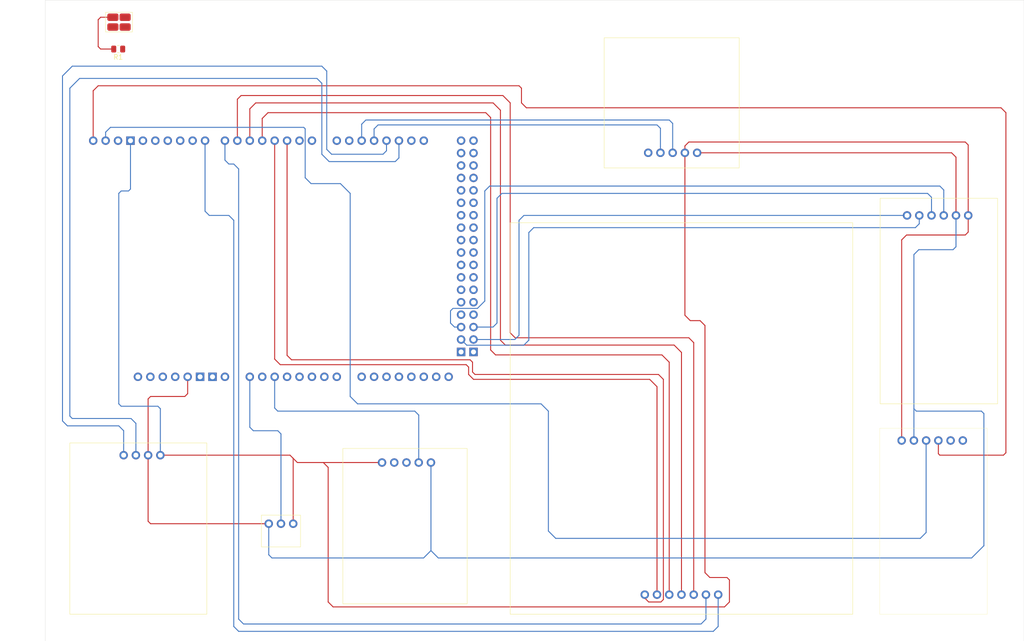
<source format=kicad_pcb>
(kicad_pcb (version 20240108) (generator "pcbnew") (generator_version "8.0")
  (layers (0 "F.Cu" signal) (31 "B.Cu" signal) (34 "B.Paste" user) (35 "F.Paste" user) (36 "B.SilkS" user "B.Silkscreen") (37 "F.SilkS" user "F.Silkscreen") (38 "B.Mask" user) (39 "F.Mask" user) (44 "Edge.Cuts" user))
  (net 0 "")
  (net 1 "Net-(A1-D2_INT0)")
  (net 4 "Net-(A1-D18{slash}TX1)")
  (net 5 "Net-(D1-A)")
  (net 9 "Net-(U3-ROW3)")
  (net 13 "Net-(U4-SDA)")
  (net 14 "Net-(U1-5V)")
  (net 16 "Net-(U3-COL1)")
  (net 19 "Net-(U2-VERT)")
  (net 25 "Net-(A1-D16{slash}TX2)")
  (net 29 "Net-(A1-D17{slash}RX2)")
  (net 43 "Net-(U3-COL2)")
  (net 45 "Net-(A1-GND-PadGND5)")
  (net 47 "Net-(A1-PadA0)")
  (net 49 "Net-(A1-D19{slash}RX1)")
  (net 51 "Net-(U1-GND)")
  (net 62 "Net-(U6-VOut)")
  (net 64 "Net-(A1-D3_INT1)")
  (net 68 "Net-(U3-COL3)")
  (net 75 "Net-(U4-SCL)")
  (net 76 "Net-(U3-ROW4)")
  (net 86 "Net-(A1-D50_MISO)")
  (net 87 "Net-(A1-D51_MOSI)")
  (net 88 "Net-(A1-D53_CS)")
  (net 89 "Net-(A1-D52_SCK)")
  (net 93 "Net-(U8-GND)")
  (footprint "TAFLab-Footprint-Library:GT-U7_GPS" (layer "F.Cu") (at 182.4 56.7 90)
    (property "Reference" "U7" (hide yes))
    (property "Value" "~" (hide yes))
    (fp_rect (start -3.1 -24) (end 23.5 3.6) (stroke (width 0.1)) (fill none) (layer "F.SilkS"))
    (pad "1" thru_hole oval (at 0 -15 90) (size 1.7272 1.7272) (drill 1.016) (layers "*.Cu" "*.Mask"))
    (pad "2" thru_hole oval (at 0 -12.5 90) (size 1.7272 1.7272) (drill 1.016) (layers "*.Cu" "*.Mask") (net 29 "Net-(A1-D17{slash}RX2)"))
    (pad "3" thru_hole oval (at 0 -10 90) (size 1.7272 1.7272) (drill 1.016) (layers "*.Cu" "*.Mask") (net 25 "Net-(A1-D16{slash}TX2)"))
    (pad "4" thru_hole oval (at 0 -7.5 90) (size 1.7272 1.7272) (drill 1.016) (layers "*.Cu" "*.Mask") (net 51 "Net-(U1-GND)"))
    (pad "5" thru_hole oval (at 0 -5 90) (size 1.7272 1.7272) (drill 1.016) (layers "*.Cu" "*.Mask") (net 14 "Net-(U1-5V)"))
  )
  (footprint "TAFLab-Footprint-Library:Potentiometer" (layer "F.Cu") (at 99.85 132.5 90)
    (property "Reference" "RV1" (hide yes))
    (property "Value" "R_Potentiometer" (hide yes))
    (fp_rect (start -4.75 -11.5) (end 1.75 -3.5) (stroke (width 0.1)) (fill none) (layer "F.SilkS"))
    (pad "1" thru_hole oval (at 0 -10 90) (size 1.7272 1.7272) (drill 1.016) (layers "*.Cu" "*.Mask") (net 14 "Net-(U1-5V)"))
    (pad "2" thru_hole oval (at 0 -7.5 90) (size 1.7272 1.7272) (drill 1.016) (layers "*.Cu" "*.Mask") (net 47 "Net-(A1-PadA0)"))
    (pad "3" thru_hole oval (at 0 -5 90) (size 1.7272 1.7272) (drill 1.016) (layers "*.Cu" "*.Mask") (net 51 "Net-(U1-GND)"))
  )
  (footprint "TAFLab-Footprint-Library:Keypad" (layer "F.Cu") (at 191.7 147 90)
    (property "Reference" "U3" (hide yes))
    (property "Value" "~" (hide yes))
    (fp_rect (start -4 -52.5) (end 76 17.5) (stroke (width 0.1)) (fill none) (layer "F.SilkS"))
    (pad "1" thru_hole oval (at 0 -25 90) (size 1.7272 1.7272) (drill 1.016) (layers "*.Cu" "*.Mask") (net 1 "Net-(A1-D2_INT0)"))
    (pad "2" thru_hole oval (at 0 -22.5 90) (size 1.7272 1.7272) (drill 1.016) (layers "*.Cu" "*.Mask") (net 64 "Net-(A1-D3_INT1)"))
    (pad "3" thru_hole oval (at 0 -20 90) (size 1.7272 1.7272) (drill 1.016) (layers "*.Cu" "*.Mask") (net 9 "Net-(U3-ROW3)"))
    (pad "4" thru_hole oval (at 0 -17.5 90) (size 1.7272 1.7272) (drill 1.016) (layers "*.Cu" "*.Mask") (net 76 "Net-(U3-ROW4)"))
    (pad "5" thru_hole oval (at 0 -15 90) (size 1.7272 1.7272) (drill 1.016) (layers "*.Cu" "*.Mask") (net 16 "Net-(U3-COL1)"))
    (pad "6" thru_hole oval (at 0 -12.5 90) (size 1.7272 1.7272) (drill 1.016) (layers "*.Cu" "*.Mask") (net 43 "Net-(U3-COL2)"))
    (pad "7" thru_hole oval (at 0 -10 90) (size 1.7272 1.7272) (drill 1.016) (layers "*.Cu" "*.Mask") (net 68 "Net-(U3-COL3)"))
  )
  (footprint "TAFLab-Footprint-Library:Micro_SD_Module" (layer "F.Cu") (at 212.8 69.5 -90)
    (property "Reference" "U5" (hide yes))
    (property "Value" "~" (hide yes))
    (fp_rect (start -3.5 -26) (end 38.5 -2) (stroke (width 0.1)) (fill none) (layer "F.SilkS"))
    (pad "1" thru_hole oval (at 0 -20 270) (size 1.7272 1.7272) (drill 1.016) (layers "*.Cu" "*.Mask") (net 51 "Net-(U1-GND)"))
    (pad "2" thru_hole oval (at 0 -17.5 270) (size 1.7272 1.7272) (drill 1.016) (layers "*.Cu" "*.Mask") (net 14 "Net-(U1-5V)"))
    (pad "3" thru_hole oval (at 0 -15 270) (size 1.7272 1.7272) (drill 1.016) (layers "*.Cu" "*.Mask") (net 86 "Net-(A1-D50_MISO)"))
    (pad "4" thru_hole oval (at 0 -12.5 270) (size 1.7272 1.7272) (drill 1.016) (layers "*.Cu" "*.Mask") (net 87 "Net-(A1-D51_MOSI)"))
    (pad "5" thru_hole oval (at 0 -10 270) (size 1.7272 1.7272) (drill 1.016) (layers "*.Cu" "*.Mask") (net 89 "Net-(A1-D52_SCK)"))
    (pad "6" thru_hole oval (at 0 -7.5 270) (size 1.7272 1.7272) (drill 1.016) (layers "*.Cu" "*.Mask") (net 88 "Net-(A1-D53_CS)"))
  )
  (footprint "TAFLab-Footprint-Library:PushButton" (layer "F.Cu") (at 63 39)
    (property "Reference" "U8" (hide yes))
    (property "Value" "~" (hide yes))
    (fp_rect (start -6.5 -11) (end -1 -7) (stroke (width 0.1)) (fill none) (layer "F.SilkS"))
    (pad "1" smd roundrect (at -5 -10) (size 2.286 1.524) (layers "F.Cu" "F.Paste" "F.Mask") (net 93 "Net-(U8-GND)"))
    (pad "2" smd roundrect (at -2.5 -10) (size 2.286 1.524) (layers "F.Cu" "F.Paste" "F.Mask") (net 14 "Net-(U1-5V)"))
    (pad "3" smd roundrect (at -5 -8) (size 2.286 1.524) (layers "F.Cu" "F.Paste" "F.Mask"))
    (pad "4" smd roundrect (at -2.5 -8) (size 2.286 1.524) (layers "F.Cu" "F.Paste" "F.Mask"))
  )
  (footprint "PCM_arduino-library:Arduino_Mega2560_R3_Shield" (layer "F.Cu") (at 35.18 105.02)
    (property "Reference" "A1" (hide yes))
    (property "Value" "Arduino_Mega2560_R3_Shield" (hide yes))
    (pad "" thru_hole oval (at 27.94 -2.54) (size 1.7272 1.7272) (drill 1.016) (layers "*.Cu" "*.Mask"))
    (pad "3V3" thru_hole oval (at 35.56 -2.54) (size 1.7272 1.7272) (drill 1.016) (layers "*.Cu" "*.Mask"))
    (pad "5V1" thru_hole oval (at 38.1 -2.54) (size 1.7272 1.7272) (drill 1.016) (layers "*.Cu" "*.Mask") (net 14 "Net-(U1-5V)"))
    (pad "5V3" thru_hole oval (at 93.98 -50.8) (size 1.7272 1.7272) (drill 1.016) (layers "*.Cu" "*.Mask"))
    (pad "5V4" thru_hole oval (at 96.52 -50.8) (size 1.7272 1.7272) (drill 1.016) (layers "*.Cu" "*.Mask") (net 5 "Net-(D1-A)"))
    (pad "A0" thru_hole oval (at 50.8 -2.54) (size 1.7272 1.7272) (drill 1.016) (layers "*.Cu" "*.Mask") (net 47 "Net-(A1-PadA0)"))
    (pad "A1" thru_hole oval (at 53.34 -2.54) (size 1.7272 1.7272) (drill 1.016) (layers "*.Cu" "*.Mask"))
    (pad "A2" thru_hole oval (at 55.88 -2.54) (size 1.7272 1.7272) (drill 1.016) (layers "*.Cu" "*.Mask") (net 19 "Net-(U2-VERT)"))
    (pad "A3" thru_hole oval (at 58.42 -2.54) (size 1.7272 1.7272) (drill 1.016) (layers "*.Cu" "*.Mask"))
    (pad "A4" thru_hole oval (at 60.96 -2.54) (size 1.7272 1.7272) (drill 1.016) (layers "*.Cu" "*.Mask"))
    (pad "A5" thru_hole oval (at 63.5 -2.54) (size 1.7272 1.7272) (drill 1.016) (layers "*.Cu" "*.Mask"))
    (pad "A6" thru_hole oval (at 66.04 -2.54) (size 1.7272 1.7272) (drill 1.016) (layers "*.Cu" "*.Mask"))
    (pad "A7" thru_hole oval (at 68.58 -2.54) (size 1.7272 1.7272) (drill 1.016) (layers "*.Cu" "*.Mask"))
    (pad "A8" thru_hole oval (at 73.66 -2.54) (size 1.7272 1.7272) (drill 1.016) (layers "*.Cu" "*.Mask"))
    (pad "A9" thru_hole oval (at 76.2 -2.54) (size 1.7272 1.7272) (drill 1.016) (layers "*.Cu" "*.Mask"))
    (pad "A10" thru_hole oval (at 78.74 -2.54) (size 1.7272 1.7272) (drill 1.016) (layers "*.Cu" "*.Mask"))
    (pad "A11" thru_hole oval (at 81.28 -2.54) (size 1.7272 1.7272) (drill 1.016) (layers "*.Cu" "*.Mask"))
    (pad "A12" thru_hole oval (at 83.82 -2.54) (size 1.7272 1.7272) (drill 1.016) (layers "*.Cu" "*.Mask"))
    (pad "A13" thru_hole oval (at 86.36 -2.54) (size 1.7272 1.7272) (drill 1.016) (layers "*.Cu" "*.Mask"))
    (pad "A14" thru_hole oval (at 88.9 -2.54) (size 1.7272 1.7272) (drill 1.016) (layers "*.Cu" "*.Mask"))
    (pad "A15" thru_hole oval (at 91.44 -2.54) (size 1.7272 1.7272) (drill 1.016) (layers "*.Cu" "*.Mask"))
    (pad "AREF" thru_hole oval (at 23.876 -50.8) (size 1.7272 1.7272) (drill 1.016) (layers "*.Cu" "*.Mask"))
    (pad "D0" thru_hole oval (at 63.5 -50.8) (size 1.7272 1.7272) (drill 1.016) (layers "*.Cu" "*.Mask"))
    (pad "D1" thru_hole oval (at 60.96 -50.8) (size 1.7272 1.7272) (drill 1.016) (layers "*.Cu" "*.Mask"))
    (pad "D2" thru_hole oval (at 58.42 -50.8) (size 1.7272 1.7272) (drill 1.016) (layers "*.Cu" "*.Mask") (net 1 "Net-(A1-D2_INT0)"))
    (pad "D3" thru_hole oval (at 55.88 -50.8) (size 1.7272 1.7272) (drill 1.016) (layers "*.Cu" "*.Mask") (net 64 "Net-(A1-D3_INT1)"))
    (pad "D4" thru_hole oval (at 53.34 -50.8) (size 1.7272 1.7272) (drill 1.016) (layers "*.Cu" "*.Mask") (net 9 "Net-(U3-ROW3)"))
    (pad "D5" thru_hole oval (at 50.8 -50.8) (size 1.7272 1.7272) (drill 1.016) (layers "*.Cu" "*.Mask") (net 76 "Net-(U3-ROW4)"))
    (pad "D6" thru_hole oval (at 48.26 -50.8) (size 1.7272 1.7272) (drill 1.016) (layers "*.Cu" "*.Mask") (net 16 "Net-(U3-COL1)"))
    (pad "D7" thru_hole oval (at 45.72 -50.8) (size 1.7272 1.7272) (drill 1.016) (layers "*.Cu" "*.Mask") (net 43 "Net-(U3-COL2)"))
    (pad "D8" thru_hole oval (at 41.656 -50.8) (size 1.7272 1.7272) (drill 1.016) (layers "*.Cu" "*.Mask") (net 68 "Net-(U3-COL3)"))
    (pad "D9" thru_hole oval (at 39.116 -50.8) (size 1.7272 1.7272) (drill 1.016) (layers "*.Cu" "*.Mask"))
    (pad "D10" thru_hole oval (at 36.576 -50.8) (size 1.7272 1.7272) (drill 1.016) (layers "*.Cu" "*.Mask"))
    (pad "D11" thru_hole oval (at 34.036 -50.8) (size 1.7272 1.7272) (drill 1.016) (layers "*.Cu" "*.Mask"))
    (pad "D12" thru_hole oval (at 31.496 -50.8) (size 1.7272 1.7272) (drill 1.016) (layers "*.Cu" "*.Mask"))
    (pad "D13" thru_hole oval (at 28.956 -50.8) (size 1.7272 1.7272) (drill 1.016) (layers "*.Cu" "*.Mask"))
    (pad "D14" thru_hole oval (at 68.58 -50.8) (size 1.7272 1.7272) (drill 1.016) (layers "*.Cu" "*.Mask"))
    (pad "D15" thru_hole oval (at 71.12 -50.8) (size 1.7272 1.7272) (drill 1.016) (layers "*.Cu" "*.Mask"))
    (pad "D16" thru_hole oval (at 73.66 -50.8) (size 1.7272 1.7272) (drill 1.016) (layers "*.Cu" "*.Mask") (net 25 "Net-(A1-D16{slash}TX2)"))
    (pad "D17" thru_hole oval (at 76.2 -50.8) (size 1.7272 1.7272) (drill 1.016) (layers "*.Cu" "*.Mask") (net 29 "Net-(A1-D17{slash}RX2)"))
    (pad "D18" thru_hole oval (at 78.74 -50.8) (size 1.7272 1.7272) (drill 1.016) (layers "*.Cu" "*.Mask") (net 4 "Net-(A1-D18{slash}TX1)"))
    (pad "D19" thru_hole oval (at 81.28 -50.8) (size 1.7272 1.7272) (drill 1.016) (layers "*.Cu" "*.Mask") (net 49 "Net-(A1-D19{slash}RX1)"))
    (pad "D20" thru_hole oval (at 83.82 -50.8) (size 1.7272 1.7272) (drill 1.016) (layers "*.Cu" "*.Mask"))
    (pad "D21" thru_hole oval (at 86.36 -50.8) (size 1.7272 1.7272) (drill 1.016) (layers "*.Cu" "*.Mask"))
    (pad "D22" thru_hole oval (at 93.98 -48.26) (size 1.7272 1.7272) (drill 1.016) (layers "*.Cu" "*.Mask"))
    (pad "D23" thru_hole oval (at 96.52 -48.26) (size 1.7272 1.7272) (drill 1.016) (layers "*.Cu" "*.Mask"))
    (pad "D24" thru_hole oval (at 93.98 -45.72) (size 1.7272 1.7272) (drill 1.016) (layers "*.Cu" "*.Mask"))
    (pad "D25" thru_hole oval (at 96.52 -45.72) (size 1.7272 1.7272) (drill 1.016) (layers "*.Cu" "*.Mask"))
    (pad "D26" thru_hole oval (at 93.98 -43.18) (size 1.7272 1.7272) (drill 1.016) (layers "*.Cu" "*.Mask"))
    (pad "D27" thru_hole oval (at 96.52 -43.18) (size 1.7272 1.7272) (drill 1.016) (layers "*.Cu" "*.Mask"))
    (pad "D28" thru_hole oval (at 93.98 -40.64) (size 1.7272 1.7272) (drill 1.016) (layers "*.Cu" "*.Mask"))
    (pad "D29" thru_hole oval (at 96.52 -40.64) (size 1.7272 1.7272) (drill 1.016) (layers "*.Cu" "*.Mask"))
    (pad "D30" thru_hole oval (at 93.98 -38.1) (size 1.7272 1.7272) (drill 1.016) (layers "*.Cu" "*.Mask"))
    (pad "D31" thru_hole oval (at 96.52 -38.1) (size 1.7272 1.7272) (drill 1.016) (layers "*.Cu" "*.Mask"))
    (pad "D32" thru_hole oval (at 93.98 -35.56) (size 1.7272 1.7272) (drill 1.016) (layers "*.Cu" "*.Mask"))
    (pad "D33" thru_hole oval (at 96.52 -35.56) (size 1.7272 1.7272) (drill 1.016) (layers "*.Cu" "*.Mask"))
    (pad "D34" thru_hole oval (at 93.98 -33.02) (size 1.7272 1.7272) (drill 1.016) (layers "*.Cu" "*.Mask"))
    (pad "D35" thru_hole oval (at 96.52 -33.02) (size 1.7272 1.7272) (drill 1.016) (layers "*.Cu" "*.Mask"))
    (pad "D36" thru_hole oval (at 93.98 -30.48) (size 1.7272 1.7272) (drill 1.016) (layers "*.Cu" "*.Mask"))
    (pad "D37" thru_hole oval (at 96.52 -30.48) (size 1.7272 1.7272) (drill 1.016) (layers "*.Cu" "*.Mask"))
    (pad "D38" thru_hole oval (at 93.98 -27.94) (size 1.7272 1.7272) (drill 1.016) (layers "*.Cu" "*.Mask"))
    (pad "D39" thru_hole oval (at 96.52 -27.94) (size 1.7272 1.7272) (drill 1.016) (layers "*.Cu" "*.Mask"))
    (pad "D40" thru_hole oval (at 93.98 -25.4) (size 1.7272 1.7272) (drill 1.016) (layers "*.Cu" "*.Mask"))
    (pad "D41" thru_hole oval (at 96.52 -25.4) (size 1.7272 1.7272) (drill 1.016) (layers "*.Cu" "*.Mask"))
    (pad "D42" thru_hole oval (at 93.98 -22.86) (size 1.7272 1.7272) (drill 1.016) (layers "*.Cu" "*.Mask"))
    (pad "D43" thru_hole oval (at 96.52 -22.86) (size 1.7272 1.7272) (drill 1.016) (layers "*.Cu" "*.Mask"))
    (pad "D44" thru_hole oval (at 93.98 -20.32) (size 1.7272 1.7272) (drill 1.016) (layers "*.Cu" "*.Mask"))
    (pad "D45" thru_hole oval (at 96.52 -20.32) (size 1.7272 1.7272) (drill 1.016) (layers "*.Cu" "*.Mask"))
    (pad "D46" thru_hole oval (at 93.98 -17.78) (size 1.7272 1.7272) (drill 1.016) (layers "*.Cu" "*.Mask"))
    (pad "D47" thru_hole oval (at 96.52 -17.78) (size 1.7272 1.7272) (drill 1.016) (layers "*.Cu" "*.Mask"))
    (pad "D48" thru_hole oval (at 93.98 -15.24) (size 1.7272 1.7272) (drill 1.016) (layers "*.Cu" "*.Mask"))
    (pad "D49" thru_hole oval (at 96.52 -15.24) (size 1.7272 1.7272) (drill 1.016) (layers "*.Cu" "*.Mask"))
    (pad "D50" thru_hole oval (at 93.98 -12.7) (size 1.7272 1.7272) (drill 1.016) (layers "*.Cu" "*.Mask") (net 86 "Net-(A1-D50_MISO)"))
    (pad "D51" thru_hole oval (at 96.52 -12.7) (size 1.7272 1.7272) (drill 1.016) (layers "*.Cu" "*.Mask") (net 87 "Net-(A1-D51_MOSI)"))
    (pad "D52" thru_hole oval (at 93.98 -10.16) (size 1.7272 1.7272) (drill 1.016) (layers "*.Cu" "*.Mask") (net 89 "Net-(A1-D52_SCK)"))
    (pad "D53" thru_hole oval (at 96.52 -10.16) (size 1.7272 1.7272) (drill 1.016) (layers "*.Cu" "*.Mask") (net 88 "Net-(A1-D53_CS)"))
    (pad "GND1" thru_hole rect (at 26.416 -50.8) (size 1.7272 1.7272) (drill 1.016) (layers "*.Cu" "*.Mask") (net 51 "Net-(U1-GND)"))
    (pad "GND2" thru_hole rect (at 40.64 -2.54) (size 1.7272 1.7272) (drill 1.016) (layers "*.Cu" "*.Mask"))
    (pad "GND3" thru_hole rect (at 43.18 -2.54) (size 1.7272 1.7272) (drill 1.016) (layers "*.Cu" "*.Mask"))
    (pad "GND5" thru_hole rect (at 93.98 -7.62) (size 1.7272 1.7272) (drill 1.016) (layers "*.Cu" "*.Mask") (net 45 "Net-(A1-GND-PadGND5)"))
    (pad "GND6" thru_hole rect (at 96.52 -7.62) (size 1.7272 1.7272) (drill 1.016) (layers "*.Cu" "*.Mask"))
    (pad "IORF" thru_hole oval (at 30.48 -2.54) (size 1.7272 1.7272) (drill 1.016) (layers "*.Cu" "*.Mask"))
    (pad "RST1" thru_hole oval (at 33.02 -2.54) (size 1.7272 1.7272) (drill 1.016) (layers "*.Cu" "*.Mask"))
    (pad "SCL" thru_hole oval (at 18.796 -50.8) (size 1.7272 1.7272) (drill 1.016) (layers "*.Cu" "*.Mask") (net 75 "Net-(U4-SCL)"))
    (pad "SDA" thru_hole oval (at 21.336 -50.8) (size 1.7272 1.7272) (drill 1.016) (layers "*.Cu" "*.Mask") (net 13 "Net-(U4-SDA)"))
    (pad "VIN" thru_hole oval (at 45.72 -2.54) (size 1.7272 1.7272) (drill 1.016) (layers "*.Cu" "*.Mask") (net 62 "Net-(U6-VOut)"))
  )
  (footprint "TAFLab-Footprint-Library:XBeeBreakout" (layer "F.Cu") (at 57.7 118.5 -90)
    (property "Reference" "U1" (hide yes))
    (property "Value" "~" (hide yes))
    (fp_rect (start -2.5 -19.5) (end 32.5 8.5) (stroke (width 0.1)) (fill none) (layer "F.SilkS"))
    (pad "1" thru_hole oval (at 0 -10 270) (size 1.7272 1.7272) (drill 1.016) (layers "*.Cu" "*.Mask") (net 51 "Net-(U1-GND)"))
    (pad "2" thru_hole oval (at 0 -7.5 270) (size 1.7272 1.7272) (drill 1.016) (layers "*.Cu" "*.Mask") (net 14 "Net-(U1-5V)"))
    (pad "3" thru_hole oval (at 0 -5 270) (size 1.7272 1.7272) (drill 1.016) (layers "*.Cu" "*.Mask") (net 49 "Net-(A1-D19{slash}RX1)"))
    (pad "4" thru_hole oval (at 0 -2.5 270) (size 1.7272 1.7272) (drill 1.016) (layers "*.Cu" "*.Mask") (net 4 "Net-(A1-D18{slash}TX1)"))
  )
  (footprint "TAFLab-Footprint-Library:HW84_DS3231_CLK_Module" (layer "F.Cu") (at 216.7 115.5 -90)
    (property "Reference" "U4" (hide yes))
    (property "Value" "~" (hide yes))
    (fp_rect (start -2.5 -20) (end 35.5 2) (stroke (width 0.05)) (fill none) (layer "F.SilkS"))
    (pad "1" thru_hole oval (at 0 -15 270) (size 1.7272 1.7272) (drill 1.016) (layers "*.Cu" "*.Mask"))
    (pad "2" thru_hole oval (at 0 -12.5 270) (size 1.7272 1.7272) (drill 1.016) (layers "*.Cu" "*.Mask"))
    (pad "3" thru_hole oval (at 0 -10 270) (size 1.7272 1.7272) (drill 1.016) (layers "*.Cu" "*.Mask") (net 75 "Net-(U4-SCL)"))
    (pad "4" thru_hole oval (at 0 -7.5 270) (size 1.7272 1.7272) (drill 1.016) (layers "*.Cu" "*.Mask") (net 13 "Net-(U4-SDA)"))
    (pad "5" thru_hole oval (at 0 -5 270) (size 1.7272 1.7272) (drill 1.016) (layers "*.Cu" "*.Mask") (net 14 "Net-(U1-5V)"))
    (pad "6" thru_hole oval (at 0 -2.5 270) (size 1.7272 1.7272) (drill 1.016) (layers "*.Cu" "*.Mask") (net 51 "Net-(U1-GND)"))
  )
  (footprint "Resistor_SMD:R_0805_2012Metric" (layer "F.Cu") (at 59.0875 35.5 180)
    (property "Reference" "R1" (at 0 -1.65 180) (layer "F.SilkS"))
    (property "Value" "10k")
    (fp_line (start -0.227064 0.735) (end 0.227064 0.735) (stroke (width 0.12)) (layer "F.SilkS"))
    (fp_line (start -0.227064 -0.735) (end 0.227064 -0.735) (stroke (width 0.12)) (layer "F.SilkS"))
    (pad "1" smd roundrect (at -0.9125 0 180) (size 1.025 1.4) (layers "F.Cu" "F.Paste" "F.Mask") (roundrect_rratio 0.243902) (net 51 "Net-(U1-GND)"))
    (pad "2" smd roundrect (at 0.9125 0 180) (size 1.025 1.4) (layers "F.Cu" "F.Paste" "F.Mask") (roundrect_rratio 0.243902) (net 93 "Net-(U8-GND)"))
  )
  (footprint "TAFLab-Footprint-Library:JoyStick" (layer "F.Cu") (at 108 120 -90)
    (property "Reference" "U2" (hide yes))
    (property "Value" "~" (hide yes))
    (fp_rect (start -2.875 -22.4) (end 28.875 3) (stroke (width 0.1)) (fill none) (layer "F.SilkS"))
    (pad "1" thru_hole oval (at 0 -15 270) (size 1.7272 1.7272) (drill 1.016) (layers "*.Cu" "*.Mask") (net 14 "Net-(U1-5V)"))
    (pad "2" thru_hole oval (at 0 -12.5 270) (size 1.7272 1.7272) (drill 1.016) (layers "*.Cu" "*.Mask") (net 19 "Net-(U2-VERT)"))
    (pad "3" thru_hole oval (at 0 -10 270) (size 1.7272 1.7272) (drill 1.016) (layers "*.Cu" "*.Mask"))
    (pad "4" thru_hole oval (at 0 -7.5 270) (size 1.7272 1.7272) (drill 1.016) (layers "*.Cu" "*.Mask"))
    (pad "5" thru_hole oval (at 0 -5 270) (size 1.7272 1.7272) (drill 1.016) (layers "*.Cu" "*.Mask") (net 51 "Net-(U1-GND)"))
  )
  (gr_rect (start 44.2 25.5) (end 244.2 156.5) (stroke (width 0.05)) (fill none) (layer "Edge.Cuts"))
  (segment (start 169.5 102) (end 170.5 103) (width 0.2) (layer "F.Cu") (net 1))
  (segment (start 170.5 103) (end 170.5 148) (width 0.2) (layer "F.Cu") (net 1))
  (segment (start 131 99) (end 131.5 99.5) (width 0.2) (layer "F.Cu") (net 1))
  (segment (start 170.5 148) (end 170 148.5) (width 0.2) (layer "F.Cu") (net 1))
  (segment (start 131.5 99.5) (end 131.5 101.5) (width 0.2) (layer "F.Cu") (net 1))
  (segment (start 132 102) (end 169.5 102) (width 0.2) (layer "F.Cu") (net 1))
  (segment (start 166.7 147.7) (end 166.7 147) (width 0.2) (layer "F.Cu") (net 1))
  (segment (start 170 148.5) (end 167.5 148.5) (width 0.2) (layer "F.Cu") (net 1))
  (segment (start 131.5 101.5) (end 132 102) (width 0.2) (layer "F.Cu") (net 1))
  (segment (start 93.6 54.22) (end 93.6 98.1) (width 0.2) (layer "F.Cu") (net 1))
  (segment (start 93.6 98.1) (end 94.5 99) (width 0.2) (layer "F.Cu") (net 1))
  (segment (start 94.5 99) (end 131 99) (width 0.2) (layer "F.Cu") (net 1))
  (segment (start 167.5 148.5) (end 166.7 147.7) (width 0.2) (layer "F.Cu") (net 1))
  (segment (start 49.7 39) (end 100.7 39) (width 0.2) (layer "B.Cu") (net 4))
  (segment (start 102.7 57) (end 113.2 57) (width 0.2) (layer "B.Cu") (net 4))
  (segment (start 47.7 111.5) (end 47.7 41) (width 0.2) (layer "B.Cu") (net 4))
  (segment (start 59.2 112.5) (end 48.7 112.5) (width 0.2) (layer "B.Cu") (net 4))
  (segment (start 101.7 56) (end 102.7 57) (width 0.2) (layer "B.Cu") (net 4))
  (segment (start 113.92 56.28) (end 113.92 54.22) (width 0.2) (layer "B.Cu") (net 4))
  (segment (start 101.7 40) (end 101.7 56) (width 0.2) (layer "B.Cu") (net 4))
  (segment (start 47.7 41) (end 49.7 39) (width 0.2) (layer "B.Cu") (net 4))
  (segment (start 48.7 112.5) (end 47.7 111.5) (width 0.2) (layer "B.Cu") (net 4))
  (segment (start 100.7 39) (end 101.7 40) (width 0.2) (layer "B.Cu") (net 4))
  (segment (start 113.2 57) (end 113.92 56.28) (width 0.2) (layer "B.Cu") (net 4))
  (segment (start 60.2 118.5) (end 60.2 113.5) (width 0.2) (layer "B.Cu") (net 4))
  (segment (start 60.2 113.5) (end 59.2 112.5) (width 0.2) (layer "B.Cu") (net 4))
  (segment (start 136.2 98) (end 135.2 97) (width 0.2) (layer "F.Cu") (net 9))
  (segment (start 135.2 97) (end 135.2 49.5) (width 0.2) (layer "F.Cu") (net 9))
  (segment (start 135.2 49.5) (end 134.2 48.5) (width 0.2) (layer "F.Cu") (net 9))
  (segment (start 170.2 98) (end 136.2 98) (width 0.2) (layer "F.Cu") (net 9))
  (segment (start 171.7 99.5) (end 170.2 98) (width 0.2) (layer "F.Cu") (net 9))
  (segment (start 89.7 48.5) (end 88.52 49.68) (width 0.2) (layer "F.Cu") (net 9))
  (segment (start 88.52 49.68) (end 88.52 54.22) (width 0.2) (layer "F.Cu") (net 9))
  (segment (start 134.2 48.5) (end 89.7 48.5) (width 0.2) (layer "F.Cu") (net 9))
  (segment (start 171.7 147) (end 171.7 99.5) (width 0.2) (layer "F.Cu") (net 9))
  (segment (start 97.3036 51.8036) (end 97 51.5) (width 0.2) (layer "B.Cu") (net 13))
  (segment (start 104.5 63) (end 98.5 63) (width 0.2) (layer "B.Cu") (net 13))
  (segment (start 224.2 115.5) (end 224.2 134.3) (width 0.2) (layer "B.Cu") (net 13))
  (segment (start 108 108) (end 106.5 106.5) (width 0.2) (layer "B.Cu") (net 13))
  (segment (start 56.516 52.484) (end 56.516 54.22) (width 0.2) (layer "B.Cu") (net 13))
  (segment (start 224.2 134.3) (end 223 135.5) (width 0.2) (layer "B.Cu") (net 13))
  (segment (start 145.5 108) (end 108 108) (width 0.2) (layer "B.Cu") (net 13))
  (segment (start 147 109.5) (end 145.5 108) (width 0.2) (layer "B.Cu") (net 13))
  (segment (start 147 134) (end 147 109.5) (width 0.2) (layer "B.Cu") (net 13))
  (segment (start 57.5 51.5) (end 56.516 52.484) (width 0.2) (layer "B.Cu") (net 13))
  (segment (start 98.5 63) (end 97.3036 61.8036) (width 0.2) (layer "B.Cu") (net 13))
  (segment (start 97.3036 61.8036) (end 97.3036 51.8036) (width 0.2) (layer "B.Cu") (net 13))
  (segment (start 106.5 106.5) (end 106.5 65) (width 0.2) (layer "B.Cu") (net 13))
  (segment (start 97 51.5) (end 57.5 51.5) (width 0.2) (layer "B.Cu") (net 13))
  (segment (start 223 135.5) (end 148.5 135.5) (width 0.2) (layer "B.Cu") (net 13))
  (segment (start 106.5 65) (end 104.5 63) (width 0.2) (layer "B.Cu") (net 13))
  (segment (start 148.5 135.5) (end 147 134) (width 0.2) (layer "B.Cu") (net 13))
  (segment (start 65.7 132.5) (end 65.2 132) (width 0.2) (layer "F.Cu") (net 14))
  (segment (start 73.28 105.92) (end 73.28 102.48) (width 0.2) (layer "F.Cu") (net 14))
  (segment (start 230.3 57.6) (end 230.3 69.5) (width 0.2) (layer "F.Cu") (net 14))
  (segment (start 72.7 106.5) (end 73.28 105.92) (width 0.2) (layer "F.Cu") (net 14))
  (segment (start 65.2 132) (end 65.2 118.5) (width 0.2) (layer "F.Cu") (net 14))
  (segment (start 229.4 56.7) (end 230.3 57.6) (width 0.2) (layer "F.Cu") (net 14))
  (segment (start 89.85 132.5) (end 65.7 132.5) (width 0.2) (layer "F.Cu") (net 14))
  (segment (start 65.7 106.5) (end 72.7 106.5) (width 0.2) (layer "F.Cu") (net 14))
  (segment (start 65.2 107) (end 65.7 106.5) (width 0.2) (layer "F.Cu") (net 14))
  (segment (start 65.2 118.5) (end 65.2 107) (width 0.2) (layer "F.Cu") (net 14))
  (segment (start 177.4 56.7) (end 229.4 56.7) (width 0.2) (layer "F.Cu") (net 14))
  (segment (start 222.7 76.5) (end 229.7 76.5) (width 0.2) (layer "B.Cu") (net 14))
  (segment (start 221.7 115.5) (end 221.7 109) (width 0.2) (layer "B.Cu") (net 14))
  (segment (start 123 138) (end 123 120) (width 0.2) (layer "B.Cu") (net 14))
  (segment (start 221.7 109) (end 221.7 77.5) (width 0.2) (layer "B.Cu") (net 14))
  (segment (start 89.85 132.5) (end 89.85 138.85) (width 0.2) (layer "B.Cu") (net 14))
  (segment (start 236 137) (end 236 110) (width 0.2) (layer "B.Cu") (net 14))
  (segment (start 229.7 76.5) (end 230.3 75.9) (width 0.2) (layer "B.Cu") (net 14))
  (segment (start 124.5 139.5) (end 233.5 139.5) (width 0.2) (layer "B.Cu") (net 14))
  (segment (start 235.5 109.5) (end 222.2 109.5) (width 0.2) (layer "B.Cu") (net 14))
  (segment (start 90.5 139.5) (end 121.5 139.5) (width 0.2) (layer "B.Cu") (net 14))
  (segment (start 123 138) (end 124.5 139.5) (width 0.2) (layer "B.Cu") (net 14))
  (segment (start 221.7 77.5) (end 222.7 76.5) (width 0.2) (layer "B.Cu") (net 14))
  (segment (start 230.3 75.9) (end 230.3 69.5) (width 0.2) (layer "B.Cu") (net 14))
  (segment (start 121.5 139.5) (end 123 138) (width 0.2) (layer "B.Cu") (net 14))
  (segment (start 233.5 139.5) (end 236 137) (width 0.2) (layer "B.Cu") (net 14))
  (segment (start 222.2 109.5) (end 221.7 109) (width 0.2) (layer "B.Cu") (net 14))
  (segment (start 236 110) (end 235.5 109.5) (width 0.2) (layer "B.Cu") (net 14))
  (segment (start 89.85 138.85) (end 90.5 139.5) (width 0.2) (layer "B.Cu") (net 14))
  (segment (start 140.2 94.5) (end 139.2 93.5) (width 0.2) (layer "F.Cu") (net 16))
  (segment (start 139.2 46.5) (end 137.7 45) (width 0.2) (layer "F.Cu") (net 16))
  (segment (start 139.2 93.5) (end 139.2 46.5) (width 0.2) (layer "F.Cu") (net 16))
  (segment (start 137.7 45) (end 84.2 45) (width 0.2) (layer "F.Cu") (net 16))
  (segment (start 83.44 45.76) (end 83.44 54.22) (width 0.2) (layer "F.Cu") (net 16))
  (segment (start 176.7 95.5) (end 175.7 94.5) (width 0.2) (layer "F.Cu") (net 16))
  (segment (start 176.7 147) (end 176.7 95.5) (width 0.2) (layer "F.Cu") (net 16))
  (segment (start 84.2 45) (end 83.44 45.76) (width 0.2) (layer "F.Cu") (net 16))
  (segment (start 175.7 94.5) (end 140.2 94.5) (width 0.2) (layer "F.Cu") (net 16))
  (segment (start 120.5 110.3) (end 119.7 109.5) (width 0.2) (layer "B.Cu") (net 19))
  (segment (start 120.5 120) (end 120.5 110.3) (width 0.2) (layer "B.Cu") (net 19))
  (segment (start 91.7 109.5) (end 91.06 108.86) (width 0.2) (layer "B.Cu") (net 19))
  (segment (start 119.7 109.5) (end 91.7 109.5) (width 0.2) (layer "B.Cu") (net 19))
  (segment (start 91.06 108.86) (end 91.06 102.48) (width 0.2) (layer "B.Cu") (net 19))
  (segment (start 108.84 50.86) (end 108.84 54.22) (width 0.2) (layer "B.Cu") (net 25))
  (segment (start 172.4 56.7) (end 172.4 50.7) (width 0.2) (layer "B.Cu") (net 25))
  (segment (start 171.7 50) (end 109.7 50) (width 0.2) (layer "B.Cu") (net 25))
  (segment (start 109.7 50) (end 108.84 50.86) (width 0.2) (layer "B.Cu") (net 25))
  (segment (start 172.4 50.7) (end 171.7 50) (width 0.2) (layer "B.Cu") (net 25))
  (segment (start 111.38 51.82) (end 111.38 54.22) (width 0.2) (layer "B.Cu") (net 29))
  (segment (start 169.9 56.7) (end 169.9 51.7) (width 0.2) (layer "B.Cu") (net 29))
  (segment (start 112.2 51) (end 111.38 51.82) (width 0.2) (layer "B.Cu") (net 29))
  (segment (start 169.9 51.7) (end 169.2 51) (width 0.2) (layer "B.Cu") (net 29))
  (segment (start 169.2 51) (end 112.2 51) (width 0.2) (layer "B.Cu") (net 29))
  (segment (start 83.7 152) (end 83.7 60) (width 0.2) (layer "B.Cu") (net 43))
  (segment (start 82.7 59) (end 81.7 59) (width 0.2) (layer "B.Cu") (net 43))
  (segment (start 84.7 153) (end 83.7 152) (width 0.2) (layer "B.Cu") (net 43))
  (segment (start 83.7 60) (end 82.7 59) (width 0.2) (layer "B.Cu") (net 43))
  (segment (start 80.9 58.2) (end 80.9 54.22) (width 0.2) (layer "B.Cu") (net 43))
  (segment (start 178.2 153) (end 84.7 153) (width 0.2) (layer "B.Cu") (net 43))
  (segment (start 179.2 152) (end 178.2 153) (width 0.2) (layer "B.Cu") (net 43))
  (segment (start 179.2 147) (end 179.2 152) (width 0.2) (layer "B.Cu") (net 43))
  (segment (start 81.7 59) (end 80.9 58.2) (width 0.2) (layer "B.Cu") (net 43))
  (segment (start 91.7 113.5) (end 86.7 113.5) (width 0.2) (layer "B.Cu") (net 47))
  (segment (start 86.7 113.5) (end 85.98 112.78) (width 0.2) (layer "B.Cu") (net 47))
  (segment (start 85.98 112.78) (end 85.98 102.48) (width 0.2) (layer "B.Cu") (net 47))
  (segment (start 92.35 132.5) (end 92.35 114.15) (width 0.2) (layer "B.Cu") (net 47))
  (segment (start 92.35 114.15) (end 91.7 113.5) (width 0.2) (layer "B.Cu") (net 47))
  (segment (start 99.7 41.5) (end 100.7 42.5) (width 0.2) (layer "B.Cu") (net 49))
  (segment (start 62.7 118.5) (end 62.7 112) (width 0.2) (layer "B.Cu") (net 49))
  (segment (start 49.2 43.5) (end 51.2 41.5) (width 0.2) (layer "B.Cu") (net 49))
  (segment (start 51.2 41.5) (end 99.7 41.5) (width 0.2) (layer "B.Cu") (net 49))
  (segment (start 102.2 58.5) (end 115.7 58.5) (width 0.2) (layer "B.Cu") (net 49))
  (segment (start 116.46 57.74) (end 116.46 54.22) (width 0.2) (layer "B.Cu") (net 49))
  (segment (start 49.7 111) (end 49.2 110.5) (width 0.2) (layer "B.Cu") (net 49))
  (segment (start 61.7 111) (end 49.7 111) (width 0.2) (layer "B.Cu") (net 49))
  (segment (start 100.7 42.5) (end 100.7 57) (width 0.2) (layer "B.Cu") (net 49))
  (segment (start 115.7 58.5) (end 116.46 57.74) (width 0.2) (layer "B.Cu") (net 49))
  (segment (start 100.7 57) (end 102.2 58.5) (width 0.2) (layer "B.Cu") (net 49))
  (segment (start 49.2 110.5) (end 49.2 43.5) (width 0.2) (layer "B.Cu") (net 49))
  (segment (start 62.7 112) (end 61.7 111) (width 0.2) (layer "B.Cu") (net 49))
  (segment (start 220.2 73.5) (end 232.2 73.5) (width 0.2) (layer "F.Cu") (net 51))
  (segment (start 179 92) (end 179 142.5) (width 0.2) (layer "F.Cu") (net 51))
  (segment (start 94.85 119.15) (end 94.2 118.5) (width 0.2) (layer "F.Cu") (net 51))
  (segment (start 102 148.5) (end 102 121) (width 0.2) (layer "F.Cu") (net 51))
  (segment (start 184 144) (end 184 148.5) (width 0.2) (layer "F.Cu") (net 51))
  (segment (start 94.85 132.5) (end 94.85 119.15) (width 0.2) (layer "F.Cu") (net 51))
  (segment (start 175.7 54.5) (end 174.9 55.3) (width 0.2) (layer "F.Cu") (net 51))
  (segment (start 113 120) (end 101 120) (width 0.2) (layer "F.Cu") (net 51))
  (segment (start 184 148.5) (end 183 149.5) (width 0.2) (layer "F.Cu") (net 51))
  (segment (start 232.2 73.5) (end 232.8 72.9) (width 0.2) (layer "F.Cu") (net 51))
  (segment (start 101 120) (end 95.7 120) (width 0.2) (layer "F.Cu") (net 51))
  (segment (start 94.2 118.5) (end 67.7 118.5) (width 0.2) (layer "F.Cu") (net 51))
  (segment (start 183 149.5) (end 103 149.5) (width 0.2) (layer "F.Cu") (net 51))
  (segment (start 103 149.5) (end 102 148.5) (width 0.2) (layer "F.Cu") (net 51))
  (segment (start 174.9 89.9) (end 176 91) (width 0.2) (layer "F.Cu") (net 51))
  (segment (start 232.8 69.5) (end 232.8 55.1) (width 0.2) (layer "F.Cu") (net 51))
  (segment (start 219.2 74.5) (end 220.2 73.5) (width 0.2) (layer "F.Cu") (net 51))
  (segment (start 232.2 54.5) (end 175.7 54.5) (width 0.2) (layer "F.Cu") (net 51))
  (segment (start 178 91) (end 179 92) (width 0.2) (layer "F.Cu") (net 51))
  (segment (start 174.9 55.3) (end 174.9 56.7) (width 0.2) (layer "F.Cu") (net 51))
  (segment (start 180 143.5) (end 183.5 143.5) (width 0.2) (layer "F.Cu") (net 51))
  (segment (start 179 142.5) (end 180 143.5) (width 0.2) (layer "F.Cu") (net 51))
  (segment (start 232.8 55.1) (end 232.2 54.5) (width 0.2) (layer "F.Cu") (net 51))
  (segment (start 232.8 72.9) (end 232.8 69.5) (width 0.2) (layer "F.Cu") (net 51))
  (segment (start 95.7 120) (end 94.85 119.15) (width 0.2) (layer "F.Cu") (net 51))
  (segment (start 174.9 56.7) (end 174.9 89.9) (width 0.2) (layer "F.Cu") (net 51))
  (segment (start 176 91) (end 178 91) (width 0.2) (layer "F.Cu") (net 51))
  (segment (start 219.2 115.5) (end 219.2 74.5) (width 0.2) (layer "F.Cu") (net 51))
  (segment (start 183.5 143.5) (end 184 144) (width 0.2) (layer "F.Cu") (net 51))
  (segment (start 102 121) (end 101 120) (width 0.2) (layer "F.Cu") (net 51))
  (segment (start 59.2 108) (end 59.2 65) (width 0.2) (layer "B.Cu") (net 51))
  (segment (start 67.7 118.5) (end 67.7 109) (width 0.2) (layer "B.Cu") (net 51))
  (segment (start 67.2 108.5) (end 59.7 108.5) (width 0.2) (layer "B.Cu") (net 51))
  (segment (start 61.2 64.5) (end 61.596 64.104) (width 0.2) (layer "B.Cu") (net 51))
  (segment (start 67.7 109) (end 67.2 108.5) (width 0.2) (layer "B.Cu") (net 51))
  (segment (start 59.7 64.5) (end 61.2 64.5) (width 0.2) (layer "B.Cu") (net 51))
  (segment (start 59.7 108.5) (end 59.2 108) (width 0.2) (layer "B.Cu") (net 51))
  (segment (start 59.2 65) (end 59.7 64.5) (width 0.2) (layer "B.Cu") (net 51))
  (segment (start 61.596 64.104) (end 61.596 54.22) (width 0.2) (layer "B.Cu") (net 51))
  (segment (start 92.2 100) (end 91.06 98.86) (width 0.2) (layer "F.Cu") (net 64))
  (segment (start 169.2 104.5) (end 167.7 103) (width 0.2) (layer "F.Cu") (net 64))
  (segment (start 91.06 98.86) (end 91.06 54.22) (width 0.2) (layer "F.Cu") (net 64))
  (segment (start 167.7 103) (end 131.7 103) (width 0.2) (layer "F.Cu") (net 64))
  (segment (start 130.7 102) (end 130.7 100.5) (width 0.2) (layer "F.Cu") (net 64))
  (segment (start 130.2 100) (end 92.2 100) (width 0.2) (layer "F.Cu") (net 64))
  (segment (start 130.7 100.5) (end 130.2 100) (width 0.2) (layer "F.Cu") (net 64))
  (segment (start 169.2 147) (end 169.2 104.5) (width 0.2) (layer "F.Cu") (net 64))
  (segment (start 131.7 103) (end 130.7 102) (width 0.2) (layer "F.Cu") (net 64))
  (segment (start 76.836 68.636) (end 76.836 54.22) (width 0.2) (layer "B.Cu") (net 68))
  (segment (start 77.7 69.5) (end 76.836 68.636) (width 0.2) (layer "B.Cu") (net 68))
  (segment (start 82.7 70.5) (end 81.7 69.5) (width 0.2) (layer "B.Cu") (net 68))
  (segment (start 82.7 153.5) (end 82.7 70.5) (width 0.2) (layer "B.Cu") (net 68))
  (segment (start 181.7 153.5) (end 180.7 154.5) (width 0.2) (layer "B.Cu") (net 68))
  (segment (start 81.7 69.5) (end 77.7 69.5) (width 0.2) (layer "B.Cu") (net 68))
  (segment (start 181.7 147) (end 181.7 153.5) (width 0.2) (layer "B.Cu") (net 68))
  (segment (start 180.7 154.5) (end 83.7 154.5) (width 0.2) (layer "B.Cu") (net 68))
  (segment (start 83.7 154.5) (end 82.7 153.5) (width 0.2) (layer "B.Cu") (net 68))
  (segment (start 226.7 115.5) (end 226.7 118.2) (width 0.2) (layer "F.Cu") (net 75))
  (segment (start 240.5 118) (end 240.5 48.5) (width 0.2) (layer "F.Cu") (net 75))
  (segment (start 240.5 48.5) (end 239.5 47.5) (width 0.2) (layer "F.Cu") (net 75))
  (segment (start 141.5 43.5) (end 141 43) (width 0.2) (layer "F.Cu") (net 75))
  (segment (start 240 118.5) (end 240.5 118) (width 0.2) (layer "F.Cu") (net 75))
  (segment (start 55 43) (end 53.976 44.024) (width 0.2) (layer "F.Cu") (net 75))
  (segment (start 142.5 47.5) (end 141.5 46.5) (width 0.2) (layer "F.Cu") (net 75))
  (segment (start 53.976 44.024) (end 53.976 54.22) (width 0.2) (layer "F.Cu") (net 75))
  (segment (start 141.5 46.5) (end 141.5 43.5) (width 0.2) (layer "F.Cu") (net 75))
  (segment (start 141 43) (end 55 43) (width 0.2) (layer "F.Cu") (net 75))
  (segment (start 227 118.5) (end 240 118.5) (width 0.2) (layer "F.Cu") (net 75))
  (segment (start 239.5 47.5) (end 142.5 47.5) (width 0.2) (layer "F.Cu") (net 75))
  (segment (start 226.7 118.2) (end 227 118.5) (width 0.2) (layer "F.Cu") (net 75))
  (segment (start 174.2 97.5) (end 172.7 96) (width 0.2) (layer "F.Cu") (net 76))
  (segment (start 135.7 46.5) (end 87.2 46.5) (width 0.2) (layer "F.Cu") (net 76))
  (segment (start 137.2 48) (end 135.7 46.5) (width 0.2) (layer "F.Cu") (net 76))
  (segment (start 138.2 96) (end 137.2 95) (width 0.2) (layer "F.Cu") (net 76))
  (segment (start 172.7 96) (end 138.2 96) (width 0.2) (layer "F.Cu") (net 76))
  (segment (start 87.2 46.5) (end 85.98 47.72) (width 0.2) (layer "F.Cu") (net 76))
  (segment (start 137.2 95) (end 137.2 48) (width 0.2) (layer "F.Cu") (net 76))
  (segment (start 85.98 47.72) (end 85.98 54.22) (width 0.2) (layer "F.Cu") (net 76))
  (segment (start 174.2 147) (end 174.2 97.5) (width 0.2) (layer "F.Cu") (net 76))
  (segment (start 227.8 64.3) (end 227 63.5) (width 0.2) (layer "B.Cu") (net 86))
  (segment (start 127 89) (end 127 91.5) (width 0.2) (layer "B.Cu") (net 86))
  (segment (start 132.5 88.5) (end 127.5 88.5) (width 0.2) (layer "B.Cu") (net 86))
  (segment (start 227 63.5) (end 135 63.5) (width 0.2) (layer "B.Cu") (net 86))
  (segment (start 127.5 88.5) (end 127 89) (width 0.2) (layer "B.Cu") (net 86))
  (segment (start 127 91.5) (end 127.82 92.32) (width 0.2) (layer "B.Cu") (net 86))
  (segment (start 134 87) (end 132.5 88.5) (width 0.2) (layer "B.Cu") (net 86))
  (segment (start 135 63.5) (end 134 64.5) (width 0.2) (layer "B.Cu") (net 86))
  (segment (start 127.82 92.32) (end 129.16 92.32) (width 0.2) (layer "B.Cu") (net 86))
  (segment (start 134 64.5) (end 134 87) (width 0.2) (layer "B.Cu") (net 86))
  (segment (start 227.8 69.5) (end 227.8 64.3) (width 0.2) (layer "B.Cu") (net 86))
  (segment (start 137.5 65) (end 136.5 66) (width 0.2) (layer "B.Cu") (net 87))
  (segment (start 225.3 69.5) (end 225.3 65.8) (width 0.2) (layer "B.Cu") (net 87))
  (segment (start 225.3 65.8) (end 224.5 65) (width 0.2) (layer "B.Cu") (net 87))
  (segment (start 136.5 91.5) (end 135.68 92.32) (width 0.2) (layer "B.Cu") (net 87))
  (segment (start 135.68 92.32) (end 131.7 92.32) (width 0.2) (layer "B.Cu") (net 87))
  (segment (start 224.5 65) (end 137.5 65) (width 0.2) (layer "B.Cu") (net 87))
  (segment (start 136.5 66) (end 136.5 91.5) (width 0.2) (layer "B.Cu") (net 87))
  (segment (start 141 94) (end 140.14 94.86) (width 0.2) (layer "B.Cu") (net 88))
  (segment (start 220.3 69.5) (end 142 69.5) (width 0.2) (layer "B.Cu") (net 88))
  (segment (start 140.14 94.86) (end 131.7 94.86) (width 0.2) (layer "B.Cu") (net 88))
  (segment (start 141 70.5) (end 141 94) (width 0.2) (layer "B.Cu") (net 88))
  (segment (start 142 69.5) (end 141 70.5) (width 0.2) (layer "B.Cu") (net 88))
  (segment (start 222 72) (end 144 72) (width 0.2) (layer "B.Cu") (net 89))
  (segment (start 143 73) (end 143 95) (width 0.2) (layer "B.Cu") (net 89))
  (segment (start 222.8 69.5) (end 222.8 71.2) (width 0.2) (layer "B.Cu") (net 89))
  (segment (start 141.9764 96.0236) (end 130.3236 96.0236) (width 0.2) (layer "B.Cu") (net 89))
  (segment (start 222.8 71.2) (end 222 72) (width 0.2) (layer "B.Cu") (net 89))
  (segment (start 144 72) (end 143 73) (width 0.2) (layer "B.Cu") (net 89))
  (segment (start 130.3236 96.0236) (end 129.16 94.86) (width 0.2) (layer "B.Cu") (net 89))
  (segment (start 143 95) (end 141.9764 96.0236) (width 0.2) (layer "B.Cu") (net 89))
  (segment (start 55 35) (end 55.5 35.5) (width 0.2) (layer "F.Cu") (net 93))
  (segment (start 58 29) (end 55.5 29) (width 0.2) (layer "F.Cu") (net 93))
  (segment (start 55.5 29) (end 55 29.5) (width 0.2) (layer "F.Cu") (net 93))
  (segment (start 55.5 35.5) (end 58.175 35.5) (width 0.2) (layer "F.Cu") (net 93))
  (segment (start 55 29.5) (end 55 35) (width 0.2) (layer "F.Cu") (net 93))
)
</source>
